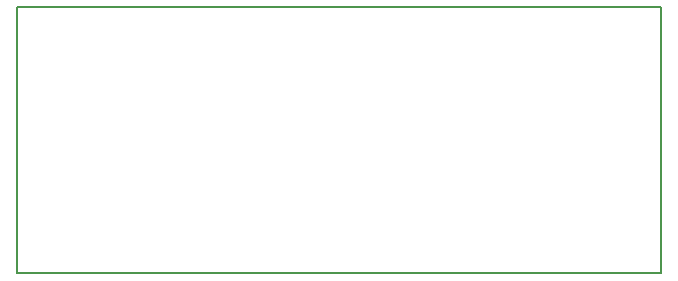
<source format=gbr>
%TF.GenerationSoftware,KiCad,Pcbnew,8.0.5*%
%TF.CreationDate,2024-12-04T12:21:55-05:00*%
%TF.ProjectId,RailsidePDB,5261696c-7369-4646-9550-44422e6b6963,rev?*%
%TF.SameCoordinates,Original*%
%TF.FileFunction,Profile,NP*%
%FSLAX46Y46*%
G04 Gerber Fmt 4.6, Leading zero omitted, Abs format (unit mm)*
G04 Created by KiCad (PCBNEW 8.0.5) date 2024-12-04 12:21:55*
%MOMM*%
%LPD*%
G01*
G04 APERTURE LIST*
%TA.AperFunction,Profile*%
%ADD10C,0.200000*%
%TD*%
G04 APERTURE END LIST*
D10*
X58000000Y-62000000D02*
X112500000Y-62000000D01*
X112500000Y-84500000D01*
X58000000Y-84500000D01*
X58000000Y-62000000D01*
M02*

</source>
